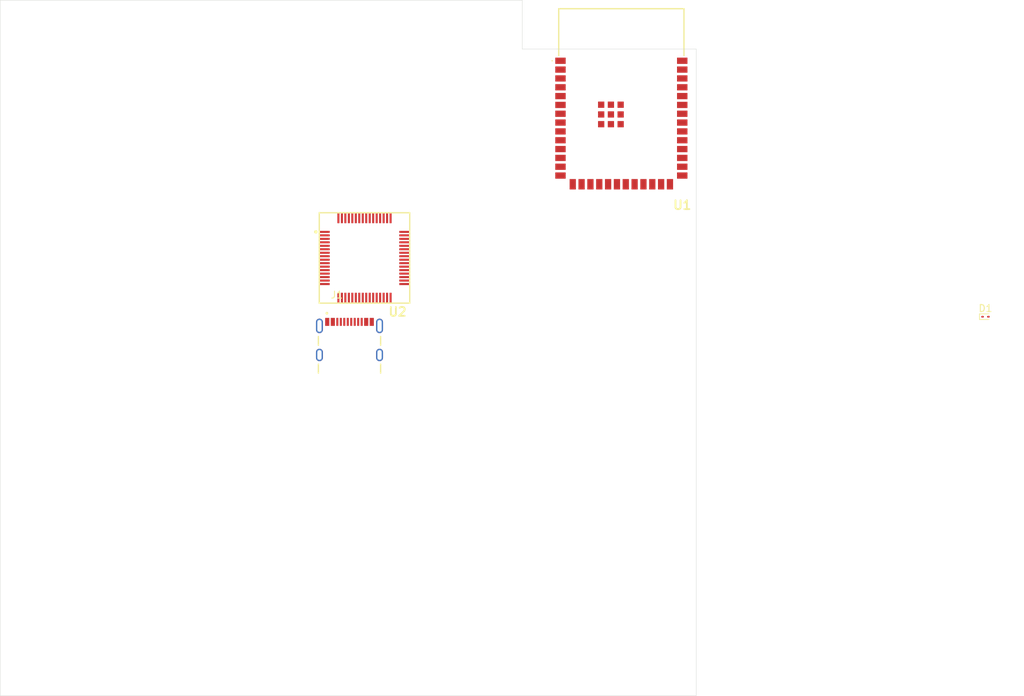
<source format=kicad_pcb>
(kicad_pcb (version 20240108) (generator "pcbnew") (generator_version "8.0")
  (layers (0 "F.Cu" signal) (1 "In1.Cu" signal) (2 "In2.Cu" signal) (31 "B.Cu" signal) (34 "B.Paste" user) (35 "F.Paste" user) (36 "B.SilkS" user "B.Silkscreen") (37 "F.SilkS" user "F.Silkscreen") (38 "B.Mask" user) (39 "F.Mask" user) (44 "Edge.Cuts" user))
  (net 0 "")
  (net 1 "GND")
  (net 2 "+3.3V")
  (net 22 "/Microcontroller/XTAL_32K_P")
  (net 30 "/Microcontroller/XTAL_32K_N")
  (net 41 "Net-(J1-SHIELD-PadSH1)")
  (net 44 "Net-(J1-GND-PadA1_B12)")
  (net 63 "VCCIO")
  (net 72 "VCORE")
  (footprint "AA_MCUs:ESP32S3WROOM1N16R2" (layer "F.Cu") (at 151.75 46.45)
    (property "Reference" "U1" (at 8.75 15.5 0) (layer "F.SilkS") (effects (font (size 1.27 1.27) (thickness 0.254))))
    (property "Value" "ESP32-S3-WROOM-1-N16R2" (hide yes))
    (fp_line (start -10 -5.26) (end -10 -5.26) (stroke (width 0.1)) (layer "F.SilkS"))
    (fp_line (start -9.9 -5.26) (end -9.9 -5.26) (stroke (width 0.1)) (layer "F.SilkS"))
    (fp_line (start -9 -12.75) (end 9 -12.75) (stroke (width 0.2)) (layer "F.SilkS"))
    (fp_line (start -9 -6) (end -9 -12.75) (stroke (width 0.2)) (layer "F.SilkS"))
    (fp_line (start 9 -12.75) (end 9 -6) (stroke (width 0.2)) (layer "F.SilkS"))
    (fp_arc (start -10 -5.26) (mid -9.95 -5.31) (end -9.9 -5.26) (stroke (width 0.1)) (layer "F.SilkS"))
    (fp_arc (start -9.9 -5.26) (mid -9.95 -5.21) (end -10 -5.26) (stroke (width 0.1)) (layer "F.SilkS"))
    (pad "1" smd rect (at -8.75 -5.26 90) (size 0.9 1.5) (layers "F.Cu" "F.Paste" "F.Mask") (net 1 "GND"))
    (pad "2" smd rect (at -8.75 -3.99 90) (size 0.9 1.5) (layers "F.Cu" "F.Paste" "F.Mask"))
    (pad "3" smd rect (at -8.75 -2.72 90) (size 0.9 1.5) (layers "F.Cu" "F.Paste" "F.Mask"))
    (pad "4" smd rect (at -8.75 -1.45 90) (size 0.9 1.5) (layers "F.Cu" "F.Paste" "F.Mask"))
    (pad "5" smd rect (at -8.75 -0.18 90) (size 0.9 1.5) (layers "F.Cu" "F.Paste" "F.Mask"))
    (pad "6" smd rect (at -8.75 1.09 90) (size 0.9 1.5) (layers "F.Cu" "F.Paste" "F.Mask"))
    (pad "7" smd rect (at -8.75 2.36 90) (size 0.9 1.5) (layers "F.Cu" "F.Paste" "F.Mask"))
    (pad "8" smd rect (at -8.75 3.63 90) (size 0.9 1.5) (layers "F.Cu" "F.Paste" "F.Mask") (net 22 "/Microcontroller/XTAL_32K_P"))
    (pad "9" smd rect (at -8.75 4.9 90) (size 0.9 1.5) (layers "F.Cu" "F.Paste" "F.Mask") (net 30 "/Microcontroller/XTAL_32K_N"))
    (pad "10" smd rect (at -8.75 6.17 90) (size 0.9 1.5) (layers "F.Cu" "F.Paste" "F.Mask"))
    (pad "11" smd rect (at -8.75 7.44 90) (size 0.9 1.5) (layers "F.Cu" "F.Paste" "F.Mask"))
    (pad "12" smd rect (at -8.75 8.71 90) (size 0.9 1.5) (layers "F.Cu" "F.Paste" "F.Mask"))
    (pad "13" smd rect (at -8.75 9.98 90) (size 0.9 1.5) (layers "F.Cu" "F.Paste" "F.Mask"))
    (pad "14" smd rect (at -8.75 11.25 90) (size 0.9 1.5) (layers "F.Cu" "F.Paste" "F.Mask"))
    (pad "15" smd rect (at -6.985 12.5) (size 0.9 1.5) (layers "F.Cu" "F.Paste" "F.Mask"))
    (pad "16" smd rect (at -5.715 12.5) (size 0.9 1.5) (layers "F.Cu" "F.Paste" "F.Mask"))
    (pad "17" smd rect (at -4.445 12.5) (size 0.9 1.5) (layers "F.Cu" "F.Paste" "F.Mask"))
    (pad "18" smd rect (at -3.175 12.5) (size 0.9 1.5) (layers "F.Cu" "F.Paste" "F.Mask"))
    (pad "19" smd rect (at -1.905 12.5) (size 0.9 1.5) (layers "F.Cu" "F.Paste" "F.Mask"))
    (pad "20" smd rect (at -0.635 12.5) (size 0.9 1.5) (layers "F.Cu" "F.Paste" "F.Mask"))
    (pad "21" smd rect (at 0.635 12.5) (size 0.9 1.5) (layers "F.Cu" "F.Paste" "F.Mask"))
    (pad "22" smd rect (at 1.905 12.5) (size 0.9 1.5) (layers "F.Cu" "F.Paste" "F.Mask"))
    (pad "23" smd rect (at 3.175 12.5) (size 0.9 1.5) (layers "F.Cu" "F.Paste" "F.Mask"))
    (pad "24" smd rect (at 4.445 12.5) (size 0.9 1.5) (layers "F.Cu" "F.Paste" "F.Mask"))
    (pad "25" smd rect (at 5.715 12.5) (size 0.9 1.5) (layers "F.Cu" "F.Paste" "F.Mask"))
    (pad "26" smd rect (at 6.985 12.5) (size 0.9 1.5) (layers "F.Cu" "F.Paste" "F.Mask"))
    (pad "27" smd rect (at 8.75 11.25 90) (size 0.9 1.5) (layers "F.Cu" "F.Paste" "F.Mask"))
    (pad "28" smd rect (at 8.75 9.98 90) (size 0.9 1.5) (layers "F.Cu" "F.Paste" "F.Mask"))
    (pad "29" smd rect (at 8.75 8.71 90) (size 0.9 1.5) (layers "F.Cu" "F.Paste" "F.Mask"))
    (pad "30" smd rect (at 8.75 7.44 90) (size 0.9 1.5) (layers "F.Cu" "F.Paste" "F.Mask"))
    (pad "31" smd rect (at 8.75 6.17 90) (size 0.9 1.5) (layers "F.Cu" "F.Paste" "F.Mask"))
    (pad "32" smd rect (at 8.75 4.9 90) (size 0.9 1.5) (layers "F.Cu" "F.Paste" "F.Mask"))
    (pad "33" smd rect (at 8.75 3.63 90) (size 0.9 1.5) (layers "F.Cu" "F.Paste" "F.Mask"))
    (pad "34" smd rect (at 8.75 2.36 90) (size 0.9 1.5) (layers "F.Cu" "F.Paste" "F.Mask"))
    (pad "35" smd rect (at 8.75 1.09 90) (size 0.9 1.5) (layers "F.Cu" "F.Paste" "F.Mask"))
    (pad "36" smd rect (at 8.75 -0.18 90) (size 0.9 1.5) (layers "F.Cu" "F.Paste" "F.Mask"))
    (pad "37" smd rect (at 8.75 -1.45 90) (size 0.9 1.5) (layers "F.Cu" "F.Paste" "F.Mask"))
    (pad "38" smd rect (at 8.75 -2.72 90) (size 0.9 1.5) (layers "F.Cu" "F.Paste" "F.Mask"))
    (pad "39" smd rect (at 8.75 -3.99 90) (size 0.9 1.5) (layers "F.Cu" "F.Paste" "F.Mask"))
    (pad "40" smd rect (at 8.75 -5.26 90) (size 0.9 1.5) (layers "F.Cu" "F.Paste" "F.Mask") (net 1 "GND"))
    (pad "41" smd rect (at -1.5 2.46) (size 0.9 0.9) (layers "F.Cu" "F.Paste" "F.Mask") (net 1 "GND"))
    (pad "42" smd rect (at -2.9 1.06) (size 0.9 0.9) (layers "F.Cu" "F.Paste" "F.Mask"))
    (pad "43" smd rect (at -2.9 2.46) (size 0.9 0.9) (layers "F.Cu" "F.Paste" "F.Mask"))
    (pad "44" smd rect (at -2.9 3.86) (size 0.9 0.9) (layers "F.Cu" "F.Paste" "F.Mask"))
    (pad "45" smd rect (at -1.5 3.86) (size 0.9 0.9) (layers "F.Cu" "F.Paste" "F.Mask"))
    (pad "46" smd rect (at -0.1 3.86) (size 0.9 0.9) (layers "F.Cu" "F.Paste" "F.Mask"))
    (pad "47" smd rect (at -0.1 2.46) (size 0.9 0.9) (layers "F.Cu" "F.Paste" "F.Mask"))
    (pad "48" smd rect (at -0.1 1.06) (size 0.9 0.9) (layers "F.Cu" "F.Paste" "F.Mask"))
    (pad "49" smd rect (at -1.5 1.06) (size 0.9 0.9) (layers "F.Cu" "F.Paste" "F.Mask"))
  )
  (footprint "Diode_SMD:D_SOD-923" (layer "F.Cu") (at 204.08 78)
    (property "Reference" "D1" (at 0 -1.2 0) (layer "F.SilkS"))
    (property "Value" "ESD9B5.0ST5G")
    (fp_line (start -0.86 -0.4) (end -0.86 0.4) (stroke (width 0.12)) (layer "F.SilkS"))
    (fp_line (start 0.5 -0.4) (end -0.86 -0.4) (stroke (width 0.12)) (layer "F.SilkS"))
    (fp_line (start 0.5 0.4) (end -0.86 0.4) (stroke (width 0.12)) (layer "F.SilkS"))
    (pad "1" smd roundrect (at -0.42 0 180) (size 0.36 0.25) (layers "F.Cu" "F.Paste" "F.Mask") (net 1 "GND"))
    (pad "2" smd roundrect (at 0.42 0 180) (size 0.36 0.25) (layers "F.Cu" "F.Paste" "F.Mask") (net 2 "+3.3V"))
  )
  (footprint "AA_USB_Interface:QFP50P1200X1200X160-64N" (layer "F.Cu") (at 114.835 69.55)
    (property "Reference" "U2" (at 4.75 7.75 0) (layer "F.SilkS") (effects (font (size 1.27 1.27) (thickness 0.254))))
    (property "Value" "FT2232HL" (hide yes))
    (fp_line (start -6.5 -6.5) (end 6.5 -6.5) (stroke (width 0.2)) (layer "F.SilkS"))
    (fp_line (start -6.5 6.5) (end -6.5 -6.5) (stroke (width 0.2)) (layer "F.SilkS"))
    (fp_line (start 6.5 -6.5) (end 6.5 6.5) (stroke (width 0.2)) (layer "F.SilkS"))
    (fp_line (start 6.5 6.5) (end -6.5 6.5) (stroke (width 0.2)) (layer "F.SilkS"))
    (fp_circle (center -7 -3.75) (end -7 -3.625) (stroke (width 0.25)) (fill none) (layer "F.SilkS"))
    (pad "1" smd rect (at -5.738 -3.75 90) (size 0.3 1.475) (layers "F.Cu" "F.Paste" "F.Mask") (net 1 "GND"))
    (pad "2" smd rect (at -5.738 -3.25 90) (size 0.3 1.475) (layers "F.Cu" "F.Paste" "F.Mask"))
    (pad "3" smd rect (at -5.738 -2.75 90) (size 0.3 1.475) (layers "F.Cu" "F.Paste" "F.Mask"))
    (pad "4" smd rect (at -5.738 -2.25 90) (size 0.3 1.475) (layers "F.Cu" "F.Paste" "F.Mask"))
    (pad "5" smd rect (at -5.738 -1.75 90) (size 0.3 1.475) (layers "F.Cu" "F.Paste" "F.Mask") (net 1 "GND"))
    (pad "6" smd rect (at -5.738 -1.25 90) (size 0.3 1.475) (layers "F.Cu" "F.Paste" "F.Mask"))
    (pad "7" smd rect (at -5.738 -0.75 90) (size 0.3 1.475) (layers "F.Cu" "F.Paste" "F.Mask"))
    (pad "8" smd rect (at -5.738 -0.25 90) (size 0.3 1.475) (layers "F.Cu" "F.Paste" "F.Mask"))
    (pad "9" smd rect (at -5.738 0.25 90) (size 0.3 1.475) (layers "F.Cu" "F.Paste" "F.Mask"))
    (pad "10" smd rect (at -5.738 0.75 90) (size 0.3 1.475) (layers "F.Cu" "F.Paste" "F.Mask"))
    (pad "11" smd rect (at -5.738 1.25 90) (size 0.3 1.475) (layers "F.Cu" "F.Paste" "F.Mask") (net 1 "GND"))
    (pad "12" smd rect (at -5.738 1.75 90) (size 0.3 1.475) (layers "F.Cu" "F.Paste" "F.Mask") (net 72 "VCORE"))
    (pad "13" smd rect (at -5.738 2.25 90) (size 0.3 1.475) (layers "F.Cu" "F.Paste" "F.Mask"))
    (pad "14" smd rect (at -5.738 2.75 90) (size 0.3 1.475) (layers "F.Cu" "F.Paste" "F.Mask"))
    (pad "15" smd rect (at -5.738 3.25 90) (size 0.3 1.475) (layers "F.Cu" "F.Paste" "F.Mask") (net 1 "GND"))
    (pad "16" smd rect (at -5.738 3.75 90) (size 0.3 1.475) (layers "F.Cu" "F.Paste" "F.Mask"))
    (pad "17" smd rect (at -3.75 5.738) (size 0.3 1.475) (layers "F.Cu" "F.Paste" "F.Mask"))
    (pad "18" smd rect (at -3.25 5.738) (size 0.3 1.475) (layers "F.Cu" "F.Paste" "F.Mask"))
    (pad "19" smd rect (at -2.75 5.738) (size 0.3 1.475) (layers "F.Cu" "F.Paste" "F.Mask"))
    (pad "20" smd rect (at -2.25 5.738) (size 0.3 1.475) (layers "F.Cu" "F.Paste" "F.Mask") (net 63 "VCCIO"))
    (pad "21" smd rect (at -1.75 5.738) (size 0.3 1.475) (layers "F.Cu" "F.Paste" "F.Mask"))
    (pad "22" smd rect (at -1.25 5.738) (size 0.3 1.475) (layers "F.Cu" "F.Paste" "F.Mask"))
    (pad "23" smd rect (at -0.75 5.738) (size 0.3 1.475) (layers "F.Cu" "F.Paste" "F.Mask"))
    (pad "24" smd rect (at -0.25 5.738) (size 0.3 1.475) (layers "F.Cu" "F.Paste" "F.Mask"))
    (pad "25" smd rect (at 0.25 5.738) (size 0.3 1.475) (layers "F.Cu" "F.Paste" "F.Mask") (net 1 "GND"))
    (pad "26" smd rect (at 0.75 5.738) (size 0.3 1.475) (layers "F.Cu" "F.Paste" "F.Mask"))
    (pad "27" smd rect (at 1.25 5.738) (size 0.3 1.475) (layers "F.Cu" "F.Paste" "F.Mask"))
    (pad "28" smd rect (at 1.75 5.738) (size 0.3 1.475) (layers "F.Cu" "F.Paste" "F.Mask"))
    (pad "29" smd rect (at 2.25 5.738) (size 0.3 1.475) (layers "F.Cu" "F.Paste" "F.Mask"))
    (pad "30" smd rect (at 2.75 5.738) (size 0.3 1.475) (layers "F.Cu" "F.Paste" "F.Mask"))
    (pad "31" smd rect (at 3.25 5.738) (size 0.3 1.475) (layers "F.Cu" "F.Paste" "F.Mask") (net 63 "VCCIO"))
    (pad "32" smd rect (at 3.75 5.738) (size 0.3 1.475) (layers "F.Cu" "F.Paste" "F.Mask"))
    (pad "33" smd rect (at 5.738 3.75 90) (size 0.3 1.475) (layers "F.Cu" "F.Paste" "F.Mask"))
    (pad "34" smd rect (at 5.738 3.25 90) (size 0.3 1.475) (layers "F.Cu" "F.Paste" "F.Mask"))
    (pad "35" smd rect (at 5.738 2.75 90) (size 0.3 1.475) (layers "F.Cu" "F.Paste" "F.Mask") (net 1 "GND"))
    (pad "36" smd rect (at 5.738 2.25 90) (size 0.3 1.475) (layers "F.Cu" "F.Paste" "F.Mask"))
    (pad "37" smd rect (at 5.738 1.75 90) (size 0.3 1.475) (layers "F.Cu" "F.Paste" "F.Mask") (net 72 "VCORE"))
    (pad "38" smd rect (at 5.738 1.25 90) (size 0.3 1.475) (layers "F.Cu" "F.Paste" "F.Mask"))
    (pad "39" smd rect (at 5.738 0.75 90) (size 0.3 1.475) (layers "F.Cu" "F.Paste" "F.Mask"))
    (pad "40" smd rect (at 5.738 0.25 90) (size 0.3 1.475) (layers "F.Cu" "F.Paste" "F.Mask"))
    (pad "41" smd rect (at 5.738 -0.25 90) (size 0.3 1.475) (layers "F.Cu" "F.Paste" "F.Mask"))
    (pad "42" smd rect (at 5.738 -0.75 90) (size 0.3 1.475) (layers "F.Cu" "F.Paste" "F.Mask") (net 63 "VCCIO"))
    (pad "43" smd rect (at 5.738 -1.25 90) (size 0.3 1.475) (layers "F.Cu" "F.Paste" "F.Mask"))
    (pad "44" smd rect (at 5.738 -1.75 90) (size 0.3 1.475) (layers "F.Cu" "F.Paste" "F.Mask"))
    (pad "45" smd rect (at 5.738 -2.25 90) (size 0.3 1.475) (layers "F.Cu" "F.Paste" "F.Mask"))
    (pad "46" smd rect (at 5.738 -2.75 90) (size 0.3 1.475) (layers "F.Cu" "F.Paste" "F.Mask"))
    (pad "47" smd rect (at 5.738 -3.25 90) (size 0.3 1.475) (layers "F.Cu" "F.Paste" "F.Mask") (net 1 "GND"))
    (pad "48" smd rect (at 5.738 -3.75 90) (size 0.3 1.475) (layers "F.Cu" "F.Paste" "F.Mask"))
    (pad "49" smd rect (at 3.75 -5.738) (size 0.3 1.475) (layers "F.Cu" "F.Paste" "F.Mask"))
    (pad "50" smd rect (at 3.25 -5.738) (size 0.3 1.475) (layers "F.Cu" "F.Paste" "F.Mask"))
    (pad "51" smd rect (at 2.75 -5.738) (size 0.3 1.475) (layers "F.Cu" "F.Paste" "F.Mask") (net 1 "GND"))
    (pad "52" smd rect (at 2.25 -5.738) (size 0.3 1.475) (layers "F.Cu" "F.Paste" "F.Mask"))
    (pad "53" smd rect (at 1.75 -5.738) (size 0.3 1.475) (layers "F.Cu" "F.Paste" "F.Mask"))
    (pad "54" smd rect (at 1.25 -5.738) (size 0.3 1.475) (layers "F.Cu" "F.Paste" "F.Mask"))
    (pad "55" smd rect (at 0.75 -5.738) (size 0.3 1.475) (layers "F.Cu" "F.Paste" "F.Mask"))
    (pad "56" smd rect (at 0.25 -5.738) (size 0.3 1.475) (layers "F.Cu" "F.Paste" "F.Mask") (net 63 "VCCIO"))
    (pad "57" smd rect (at -0.25 -5.738) (size 0.3 1.475) (layers "F.Cu" "F.Paste" "F.Mask"))
    (pad "58" smd rect (at -0.75 -5.738) (size 0.3 1.475) (layers "F.Cu" "F.Paste" "F.Mask"))
    (pad "59" smd rect (at -1.25 -5.738) (size 0.3 1.475) (layers "F.Cu" "F.Paste" "F.Mask"))
    (pad "60" smd rect (at -1.75 -5.738) (size 0.3 1.475) (layers "F.Cu" "F.Paste" "F.Mask"))
    (pad "61" smd rect (at -2.25 -5.738) (size 0.3 1.475) (layers "F.Cu" "F.Paste" "F.Mask"))
    (pad "62" smd rect (at -2.75 -5.738) (size 0.3 1.475) (layers "F.Cu" "F.Paste" "F.Mask"))
    (pad "63" smd rect (at -3.25 -5.738) (size 0.3 1.475) (layers "F.Cu" "F.Paste" "F.Mask"))
    (pad "64" smd rect (at -3.75 -5.738) (size 0.3 1.475) (layers "F.Cu" "F.Paste" "F.Mask") (net 72 "VCORE"))
  )
  (footprint "AA_Connectors:GCT_USB4105-GF-A" (layer "F.Cu") (at 112.68 83.5)
    (property "Reference" "J1" (at -1.825 -8.635 0) (layer "F.SilkS"))
    (property "Value" "USB4105-GF-A")
    (fp_line (start -4.47 -2.65) (end -4.47 -1.4) (stroke (width 0.2)) (layer "F.SilkS"))
    (fp_line (start -4.47 1.32) (end -4.47 2.6) (stroke (width 0.2)) (layer "F.SilkS"))
    (fp_line (start 4.47 -2.65) (end 4.47 -1.4) (stroke (width 0.2)) (layer "F.SilkS"))
    (fp_line (start 4.47 2.6) (end 4.47 1.32) (stroke (width 0.2)) (layer "F.SilkS"))
    (fp_circle (center -3.25 -6) (end -3.15 -6) (stroke (width 0.2)) (fill none) (layer "F.SilkS"))
    (pad "" np_thru_hole circle (at -2.89 -3.68) (size 0.65 0.65) (drill 0.65) (layers "*.Cu" "*.Mask"))
    (pad "" np_thru_hole circle (at 2.89 -3.68) (size 0.65 0.65) (drill 0.65) (layers "*.Cu" "*.Mask"))
    (pad "A1_B12" smd rect (at -3.2 -4.755) (size 0.6 1.15) (layers "F.Cu" "F.Paste") (net 44 "Net-(J1-GND-PadA1_B12)"))
    (pad "A4_B9" smd rect (at -2.4 -4.755) (size 0.6 1.15) (layers "F.Cu" "F.Paste"))
    (pad "A5" smd rect (at -1.25 -4.755) (size 0.3 1.15) (layers "F.Cu" "F.Paste"))
    (pad "A6" smd rect (at -0.25 -4.755) (size 0.3 1.15) (layers "F.Cu" "F.Paste"))
    (pad "A7" smd rect (at 0.25 -4.755) (size 0.3 1.15) (layers "F.Cu" "F.Paste"))
    (pad "A8" smd rect (at 1.25 -4.755) (size 0.3 1.15) (layers "F.Cu" "F.Paste"))
    (pad "B1_A12" smd rect (at 3.2 -4.755) (size 0.6 1.15) (layers "F.Cu" "F.Paste") (net 44 "Net-(J1-GND-PadA1_B12)"))
    (pad "B4_A9" smd rect (at 2.4 -4.755) (size 0.6 1.15) (layers "F.Cu" "F.Paste"))
    (pad "B5" smd rect (at 1.75 -4.755) (size 0.3 1.15) (layers "F.Cu" "F.Paste"))
    (pad "B6" smd rect (at 0.75 -4.755) (size 0.3 1.15) (layers "F.Cu" "F.Paste"))
    (pad "B7" smd rect (at -0.75 -4.755) (size 0.3 1.15) (layers "F.Cu" "F.Paste"))
    (pad "B8" smd rect (at -1.75 -4.755) (size 0.3 1.15) (layers "F.Cu" "F.Paste"))
    (pad "SH1" thru_hole oval (at -4.32 -4.18) (size 1 2.1) (drill oval 0.6 1.7) (layers "*.Cu" "*.Mask") (net 41 "Net-(J1-SHIELD-PadSH1)"))
    (pad "SH2" thru_hole oval (at 4.32 -4.18) (size 1 2.1) (drill oval 0.6 1.7) (layers "*.Cu" "*.Mask") (net 41 "Net-(J1-SHIELD-PadSH1)"))
    (pad "SH3" thru_hole oval (at -4.32 0) (size 1 1.8) (drill oval 0.6 1.4) (layers "*.Cu" "*.Mask") (net 41 "Net-(J1-SHIELD-PadSH1)"))
    (pad "SH4" thru_hole oval (at 4.32 0) (size 1 1.8) (drill oval 0.6 1.4) (layers "*.Cu" "*.Mask") (net 41 "Net-(J1-SHIELD-PadSH1)"))
  )
  (gr_line (start 137.5 32.5) (end 62.5 32.5) (stroke (width 0.05)) (layer "Edge.Cuts"))
  (gr_line (start 162.5 132.5) (end 162.5 39.5) (stroke (width 0.05)) (layer "Edge.Cuts"))
  (gr_line (start 62.5 32.5) (end 62.5 132.5) (stroke (width 0.05)) (layer "Edge.Cuts"))
  (gr_line (start 62.5 132.5) (end 162.5 132.5) (stroke (width 0.05)) (layer "Edge.Cuts"))
  (gr_line (start 137.5 39.5) (end 137.5 32.5) (stroke (width 0.05)) (layer "Edge.Cuts"))
  (gr_line (start 162.5 39.5) (end 137.5 39.5) (stroke (width 0.05)) (layer "Edge.Cuts"))
)
</source>
